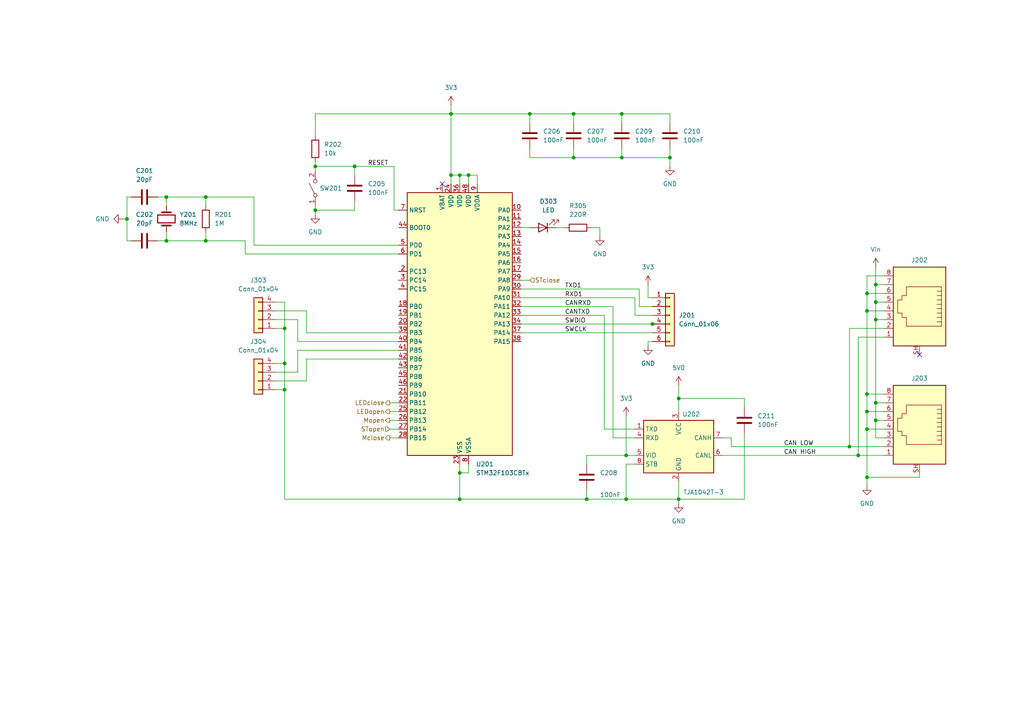
<source format=kicad_sch>
(kicad_sch (version 20250114) (generator "eeschema") (generator_version "9.0")
  (paper "A4")
  (lib_symbols
    (symbol "Connector:RJ45_Shielded" (pin_names (offset 1.016))
      (property "Reference" "J" (at -5.08 13.97 0))
      (property "Value" "RJ45_Shielded" (at 2.54 13.97 0))
      (symbol "RJ45_Shielded_0_1"
        (polyline (pts (xy -6.35 1.905) (xy -5.08 1.905) (xy -5.08 1.905)))
        (polyline (pts (xy -6.35 0.635) (xy -5.08 0.635) (xy -5.08 0.635)))
        (polyline (pts (xy -6.35 -0.635) (xy -5.08 -0.635) (xy -5.08 -0.635)))
        (polyline (pts (xy -6.35 -1.905) (xy -5.08 -1.905) (xy -5.08 -1.905)))
        (polyline (pts (xy -6.35 -3.175) (xy -5.08 -3.175) (xy -5.08 -3.175)))
        (polyline (pts (xy -6.35 -4.445) (xy -6.35 6.985) (xy 3.81 6.985) (xy 3.81 4.445) (xy 5.08 4.445) (xy 5.08 3.175) (xy 6.35 3.175) (xy 6.35 -0.635) (xy 5.08 -0.635) (xy 5.08 -1.905) (xy 3.81 -1.905) (xy 3.81 -4.445) (xy -6.35 -4.445) (xy -6.35 -4.445)))
        (polyline (pts (xy -5.08 5.715) (xy -6.35 5.715)))
        (polyline (pts (xy -5.08 4.445) (xy -6.35 4.445)))
        (polyline (pts (xy -5.08 3.175) (xy -6.35 3.175) (xy -6.35 3.175)))
        (rectangle (start 7.62 12.7) (end -7.62 -10.16) (stroke (width 0.254)) (fill (type background)))
      )
      (symbol "RJ45_Shielded_1_1"
        (pin passive line (at 0 -12.7 90) (length 2.54) (name "~") (number "SH"))
        (pin passive line (at 10.16 10.16 180) (length 2.54) (name "~") (number "8"))
        (pin passive line (at 10.16 7.62 180) (length 2.54) (name "~") (number "7"))
        (pin passive line (at 10.16 5.08 180) (length 2.54) (name "~") (number "6"))
        (pin passive line (at 10.16 2.54 180) (length 2.54) (name "~") (number "5"))
        (pin passive line (at 10.16 0 180) (length 2.54) (name "~") (number "4"))
        (pin passive line (at 10.16 -2.54 180) (length 2.54) (name "~") (number "3"))
        (pin passive line (at 10.16 -5.08 180) (length 2.54) (name "~") (number "2"))
        (pin passive line (at 10.16 -7.62 180) (length 2.54) (name "~") (number "1"))
      )
    )
    (symbol "Connector_Generic:Conn_01x04" (pin_names (offset 1.016) (hide yes))
      (property "Reference" "J" (at 0 5.08 0))
      (property "Value" "Conn_01x04" (at 0 -7.62 0))
      (symbol "Conn_01x04_1_1"
        (rectangle (start -1.27 3.81) (end 1.27 -6.35) (stroke (width 0.254)) (fill (type background)))
        (rectangle (start -1.27 2.667) (end 0 2.413) (stroke (width 0.1524)))
        (rectangle (start -1.27 0.127) (end 0 -0.127) (stroke (width 0.1524)))
        (rectangle (start -1.27 -2.413) (end 0 -2.667) (stroke (width 0.1524)))
        (rectangle (start -1.27 -4.953) (end 0 -5.207) (stroke (width 0.1524)))
        (pin passive line (at -5.08 2.54 0) (length 3.81) (name "Pin_1") (number "1"))
        (pin passive line (at -5.08 0 0) (length 3.81) (name "Pin_2") (number "2"))
        (pin passive line (at -5.08 -2.54 0) (length 3.81) (name "Pin_3") (number "3"))
        (pin passive line (at -5.08 -5.08 0) (length 3.81) (name "Pin_4") (number "4"))
      )
    )
    (symbol "Connector_Generic:Conn_01x06" (pin_names (offset 1.016) (hide yes))
      (property "Reference" "J" (at 0 7.62 0))
      (property "Value" "Conn_01x06" (at 0 -10.16 0))
      (symbol "Conn_01x06_1_1"
        (rectangle (start -1.27 6.35) (end 1.27 -8.89) (stroke (width 0.254)) (fill (type background)))
        (rectangle (start -1.27 5.207) (end 0 4.953) (stroke (width 0.1524)))
        (rectangle (start -1.27 2.667) (end 0 2.413) (stroke (width 0.1524)))
        (rectangle (start -1.27 0.127) (end 0 -0.127) (stroke (width 0.1524)))
        (rectangle (start -1.27 -2.413) (end 0 -2.667) (stroke (width 0.1524)))
        (rectangle (start -1.27 -4.953) (end 0 -5.207) (stroke (width 0.1524)))
        (rectangle (start -1.27 -7.493) (end 0 -7.747) (stroke (width 0.1524)))
        (pin passive line (at -5.08 5.08 0) (length 3.81) (name "Pin_1") (number "1"))
        (pin passive line (at -5.08 2.54 0) (length 3.81) (name "Pin_2") (number "2"))
        (pin passive line (at -5.08 0 0) (length 3.81) (name "Pin_3") (number "3"))
        (pin passive line (at -5.08 -2.54 0) (length 3.81) (name "Pin_4") (number "4"))
        (pin passive line (at -5.08 -5.08 0) (length 3.81) (name "Pin_5") (number "5"))
        (pin passive line (at -5.08 -7.62 0) (length 3.81) (name "Pin_6") (number "6"))
      )
    )
    (symbol "Device:C" (pin_numbers (hide yes)) (pin_names (offset 0.254))
      (property "Reference" "C" (at 0.635 2.54 0))
      (property "Value" "C" (at 0.635 -2.54 0))
      (symbol "C_0_1"
        (polyline (pts (xy -2.032 0.762) (xy 2.032 0.762)) (stroke (width 0.508)))
        (polyline (pts (xy -2.032 -0.762) (xy 2.032 -0.762)) (stroke (width 0.508)))
      )
      (symbol "C_1_1"
        (pin passive line (at 0 3.81 270) (length 2.794) (name "~") (number "1"))
        (pin passive line (at 0 -3.81 90) (length 2.794) (name "~") (number "2"))
      )
    )
    (symbol "Device:Crystal" (pin_numbers (hide yes)) (pin_names (offset 1.016) (hide yes))
      (property "Reference" "Y" (at 0 3.81 0))
      (property "Value" "Crystal" (at 0 -3.81 0))
      (symbol "Crystal_0_1"
        (polyline (pts (xy -2.54 0) (xy -1.905 0)))
        (polyline (pts (xy -1.905 -1.27) (xy -1.905 1.27)) (stroke (width 0.508)))
        (rectangle (start -1.143 2.54) (end 1.143 -2.54) (stroke (width 0.3048)))
        (polyline (pts (xy 1.905 -1.27) (xy 1.905 1.27)) (stroke (width 0.508)))
        (polyline (pts (xy 2.54 0) (xy 1.905 0)))
      )
      (symbol "Crystal_1_1"
        (pin passive line (at -3.81 0 0) (length 1.27) (name "1") (number "1"))
        (pin passive line (at 3.81 0 180) (length 1.27) (name "2") (number "2"))
      )
    )
    (symbol "Device:LED" (pin_numbers (hide yes)) (pin_names (offset 1.016) (hide yes))
      (property "Reference" "D" (at 0 2.54 0))
      (property "Value" "LED" (at 0 -2.54 0))
      (symbol "LED_0_1"
        (polyline (pts (xy -3.048 -0.762) (xy -4.572 -2.286) (xy -3.81 -2.286) (xy -4.572 -2.286) (xy -4.572 -1.524)))
        (polyline (pts (xy -1.778 -0.762) (xy -3.302 -2.286) (xy -2.54 -2.286) (xy -3.302 -2.286) (xy -3.302 -1.524)))
        (polyline (pts (xy -1.27 0) (xy 1.27 0)))
        (polyline (pts (xy -1.27 -1.27) (xy -1.27 1.27)) (stroke (width 0.254)))
        (polyline (pts (xy 1.27 -1.27) (xy 1.27 1.27) (xy -1.27 0) (xy 1.27 -1.27)) (stroke (width 0.254)))
      )
      (symbol "LED_1_1"
        (pin passive line (at -3.81 0 0) (length 2.54) (name "K") (number "1"))
        (pin passive line (at 3.81 0 180) (length 2.54) (name "A") (number "2"))
      )
    )
    (symbol "Device:R" (pin_numbers (hide yes)) (pin_names (offset 0))
      (property "Reference" "R" (at 2.032 0 90))
      (property "Value" "R" (at 0 0 90))
      (symbol "R_0_1"
        (rectangle (start -1.016 -2.54) (end 1.016 2.54) (stroke (width 0.254)))
      )
      (symbol "R_1_1"
        (pin passive line (at 0 3.81 270) (length 1.27) (name "~") (number "1"))
        (pin passive line (at 0 -3.81 90) (length 1.27) (name "~") (number "2"))
      )
    )
    (symbol "Interface_CAN_LIN:TJA1042T-3"
      (property "Reference" "U" (at -10.16 8.89 0))
      (property "Value" "TJA1042T-3" (at 1.27 8.89 0))
      (symbol "TJA1042T-3_0_1"
        (rectangle (start -10.16 7.62) (end 10.16 -7.62) (stroke (width 0.254)) (fill (type background)))
      )
      (symbol "TJA1042T-3_1_1"
        (pin input line (at -12.7 5.08 0) (length 2.54) (name "TXD") (number "1"))
        (pin output line (at -12.7 2.54 0) (length 2.54) (name "RXD") (number "4"))
        (pin power_in line (at -12.7 -2.54 0) (length 2.54) (name "VIO") (number "5"))
        (pin input line (at -12.7 -5.08 0) (length 2.54) (name "STB") (number "8"))
        (pin power_in line (at 0 10.16 270) (length 2.54) (name "VCC") (number "3"))
        (pin power_in line (at 0 -10.16 90) (length 2.54) (name "GND") (number "2"))
        (pin bidirectional line (at 12.7 2.54 180) (length 2.54) (name "CANH") (number "7"))
        (pin bidirectional line (at 12.7 -2.54 180) (length 2.54) (name "CANL") (number "6"))
      )
    )
    (symbol "MCU_ST_STM32F1:STM32F103CBTx"
      (property "Reference" "U" (at -15.24 39.37 0))
      (property "Value" "STM32F103CBTx" (at 7.62 39.37 0))
      (symbol "STM32F103CBTx_0_1"
        (rectangle (start -15.24 -38.1) (end 15.24 38.1) (stroke (width 0.254)) (fill (type background)))
      )
      (symbol "STM32F103CBTx_1_1"
        (pin input line (at -17.78 33.02 0) (length 2.54) (name "NRST") (number "7"))
        (pin input line (at -17.78 27.94 0) (length 2.54) (name "BOOT0") (number "44"))
        (pin bidirectional line (at -17.78 22.86 0) (length 2.54) (name "PD0") (number "5"))
        (pin bidirectional line (at -17.78 20.32 0) (length 2.54) (name "PD1") (number "6"))
        (pin bidirectional line (at -17.78 15.24 0) (length 2.54) (name "PC13") (number "2"))
        (pin bidirectional line (at -17.78 12.7 0) (length 2.54) (name "PC14") (number "3"))
        (pin bidirectional line (at -17.78 10.16 0) (length 2.54) (name "PC15") (number "4"))
        (pin bidirectional line (at -17.78 5.08 0) (length 2.54) (name "PB0") (number "18"))
        (pin bidirectional line (at -17.78 2.54 0) (length 2.54) (name "PB1") (number "19"))
        (pin bidirectional line (at -17.78 0 0) (length 2.54) (name "PB2") (number "20"))
        (pin bidirectional line (at -17.78 -2.54 0) (length 2.54) (name "PB3") (number "39"))
        (pin bidirectional line (at -17.78 -5.08 0) (length 2.54) (name "PB4") (number "40"))
        (pin bidirectional line (at -17.78 -7.62 0) (length 2.54) (name "PB5") (number "41"))
        (pin bidirectional line (at -17.78 -10.16 0) (length 2.54) (name "PB6") (number "42"))
        (pin bidirectional line (at -17.78 -12.7 0) (length 2.54) (name "PB7") (number "43"))
        (pin bidirectional line (at -17.78 -15.24 0) (length 2.54) (name "PB8") (number "45"))
        (pin bidirectional line (at -17.78 -17.78 0) (length 2.54) (name "PB9") (number "46"))
        (pin bidirectional line (at -17.78 -20.32 0) (length 2.54) (name "PB10") (number "21"))
        (pin bidirectional line (at -17.78 -22.86 0) (length 2.54) (name "PB11") (number "22"))
        (pin bidirectional line (at -17.78 -25.4 0) (length 2.54) (name "PB12") (number "25"))
        (pin bidirectional line (at -17.78 -27.94 0) (length 2.54) (name "PB13") (number "26"))
        (pin bidirectional line (at -17.78 -30.48 0) (length 2.54) (name "PB14") (number "27"))
        (pin bidirectional line (at -17.78 -33.02 0) (length 2.54) (name "PB15") (number "28"))
        (pin power_in line (at -5.08 40.64 270) (length 2.54) (name "VBAT") (number "1"))
        (pin power_in line (at -2.54 40.64 270) (length 2.54) (name "VDD") (number "24"))
        (pin power_in line (at 0 40.64 270) (length 2.54) (name "VDD") (number "36"))
        (pin power_in line (at 0 -40.64 90) (length 2.54) (name "VSS") (number "23"))
        (pin passive line (at 0 -40.64 90) (length 2.54) (hide yes) (name "VSS") (number "35"))
        (pin passive line (at 0 -40.64 90) (length 2.54) (hide yes) (name "VSS") (number "47"))
        (pin power_in line (at 2.54 40.64 270) (length 2.54) (name "VDD") (number "48"))
        (pin power_in line (at 2.54 -40.64 90) (length 2.54) (name "VSSA") (number "8"))
        (pin power_in line (at 5.08 40.64 270) (length 2.54) (name "VDDA") (number "9"))
        (pin bidirectional line (at 17.78 33.02 180) (length 2.54) (name "PA0") (number "10"))
        (pin bidirectional line (at 17.78 30.48 180) (length 2.54) (name "PA1") (number "11"))
        (pin bidirectional line (at 17.78 27.94 180) (length 2.54) (name "PA2") (number "12"))
        (pin bidirectional line (at 17.78 25.4 180) (length 2.54) (name "PA3") (number "13"))
        (pin bidirectional line (at 17.78 22.86 180) (length 2.54) (name "PA4") (number "14"))
        (pin bidirectional line (at 17.78 20.32 180) (length 2.54) (name "PA5") (number "15"))
        (pin bidirectional line (at 17.78 17.78 180) (length 2.54) (name "PA6") (number "16"))
        (pin bidirectional line (at 17.78 15.24 180) (length 2.54) (name "PA7") (number "17"))
        (pin bidirectional line (at 17.78 12.7 180) (length 2.54) (name "PA8") (number "29"))
        (pin bidirectional line (at 17.78 10.16 180) (length 2.54) (name "PA9") (number "30"))
        (pin bidirectional line (at 17.78 7.62 180) (length 2.54) (name "PA10") (number "31"))
        (pin bidirectional line (at 17.78 5.08 180) (length 2.54) (name "PA11") (number "32"))
        (pin bidirectional line (at 17.78 2.54 180) (length 2.54) (name "PA12") (number "33"))
        (pin bidirectional line (at 17.78 0 180) (length 2.54) (name "PA13") (number "34"))
        (pin bidirectional line (at 17.78 -2.54 180) (length 2.54) (name "PA14") (number "37"))
        (pin bidirectional line (at 17.78 -5.08 180) (length 2.54) (name "PA15") (number "38"))
      )
    )
    (symbol "Switch:SW_SPST" (pin_names (offset 0) (hide yes))
      (property "Reference" "SW" (at 0 3.175 0))
      (property "Value" "SW_SPST" (at 0 -2.54 0))
      (symbol "SW_SPST_0_0"
        (circle (center -2.032 0) (radius 0.508))
        (polyline (pts (xy -1.524 0.254) (xy 1.524 1.778)))
        (circle (center 2.032 0) (radius 0.508))
      )
      (symbol "SW_SPST_1_1"
        (pin passive line (at -5.08 0 0) (length 2.54) (name "A") (number "1"))
        (pin passive line (at 5.08 0 180) (length 2.54) (name "B") (number "2"))
      )
    )
    (symbol "power:+5C" (power) (pin_numbers (hide yes)) (pin_names (offset 0) (hide yes))
      (property "Value" "+5C" (at 0 3.556 0))
      (symbol "+5C_0_1"
        (polyline (pts (xy -0.762 1.27) (xy 0 2.54)))
        (polyline (pts (xy 0 2.54) (xy 0.762 1.27)))
        (polyline (pts (xy 0 0) (xy 0 2.54)))
      )
      (symbol "+5C_1_1"
        (pin power_in line (at 0 0 90) (length 0) (name "~") (number "1"))
      )
    )
    (symbol "power:GND" (power) (pin_numbers (hide yes)) (pin_names (offset 0) (hide yes))
      (property "Value" "GND" (at 0 -3.81 0))
      (symbol "GND_0_1"
        (polyline (pts (xy 0 0) (xy 0 -1.27) (xy 1.27 -1.27) (xy 0 -2.54) (xy -1.27 -1.27) (xy 0 -1.27)))
      )
      (symbol "GND_1_1"
        (pin power_in line (at 0 0 270) (length 0) (name "~") (number "1"))
      )
    )
    (symbol "power:VDD" (power) (pin_numbers (hide yes)) (pin_names (offset 0) (hide yes))
      (property "Value" "VDD" (at 0 3.556 0))
      (symbol "VDD_0_1"
        (polyline (pts (xy -0.762 1.27) (xy 0 2.54)))
        (polyline (pts (xy 0 2.54) (xy 0.762 1.27)))
        (polyline (pts (xy 0 0) (xy 0 2.54)))
      )
      (symbol "VDD_1_1"
        (pin power_in line (at 0 0 90) (length 0) (name "~") (number "1"))
      )
    )
  )
  (junction (at 254 82.55))
  (junction (at 180.34 45.72))
  (junction (at 189.23 93.98))
  (junction (at 194.31 45.72))
  (junction (at 133.35 137.16))
  (junction (at 180.34 33.02))
  (junction (at 254 87.63))
  (junction (at 59.69 69.85))
  (junction (at 91.44 48.26))
  (junction (at 251.46 114.3))
  (junction (at 82.55 113.03))
  (junction (at 36.83 63.5))
  (junction (at 153.67 33.02))
  (junction (at 251.46 119.38))
  (junction (at 102.87 48.26))
  (junction (at 133.35 50.8))
  (junction (at 59.69 57.15))
  (junction (at 254 92.71))
  (junction (at 135.89 50.8))
  (junction (at 48.26 57.15))
  (junction (at 166.37 33.02))
  (junction (at 166.37 45.72))
  (junction (at 254 121.92))
  (junction (at 248.92 132.08))
  (junction (at 48.26 69.85))
  (junction (at 254 116.84))
  (junction (at 251.46 90.17))
  (junction (at 251.46 138.43))
  (junction (at 130.81 50.8))
  (junction (at 130.81 33.02))
  (junction (at 181.61 144.78))
  (junction (at 181.61 132.08))
  (junction (at 251.46 124.46))
  (junction (at 251.46 85.09))
  (junction (at 91.44 60.96))
  (junction (at 170.18 144.78))
  (junction (at 82.55 105.41))
  (junction (at 196.85 115.57))
  (junction (at 196.85 144.78))
  (junction (at 246.38 129.54))
  (junction (at 133.35 144.78))
  (junction (at 82.55 95.25))
  (no_connect (at 128.27 53.34))
  (no_connect (at 266.7 102.87))
  (wire (pts (xy 86.36 92.71) (xy 80.01 92.71)))
  (wire (pts (xy 82.55 144.78) (xy 133.35 144.78)))
  (wire (pts (xy 73.66 71.12) (xy 73.66 57.15)))
  (wire (pts (xy 187.96 99.06) (xy 189.23 99.06)))
  (wire (pts (xy 248.92 132.08) (xy 248.92 97.79)))
  (wire (pts (xy 171.45 66.04) (xy 173.99 66.04)))
  (wire (pts (xy 151.13 91.44) (xy 175.26 91.44)))
  (wire (pts (xy 88.9 104.14) (xy 88.9 110.49)))
  (wire (pts (xy 180.34 45.72) (xy 194.31 45.72)))
  (wire (pts (xy 88.9 96.52) (xy 88.9 90.17)))
  (wire (pts (xy 173.99 66.04) (xy 173.99 68.58)))
  (wire (pts (xy 113.03 127) (xy 115.57 127)))
  (wire (pts (xy 133.35 134.62) (xy 133.35 137.16)))
  (wire (pts (xy 170.18 134.62) (xy 170.18 132.08)))
  (wire (pts (xy 138.43 50.8) (xy 135.89 50.8)))
  (wire (pts (xy 256.54 116.84) (xy 254 116.84)))
  (wire (pts (xy 153.67 33.02) (xy 153.67 35.56)))
  (wire (pts (xy 135.89 134.62) (xy 135.89 137.16)))
  (wire (pts (xy 35.56 63.5) (xy 36.83 63.5)))
  (wire (pts (xy 256.54 124.46) (xy 251.46 124.46)))
  (wire (pts (xy 73.66 57.15) (xy 59.69 57.15)))
  (wire (pts (xy 82.55 95.25) (xy 82.55 105.41)))
  (wire (pts (xy 36.83 57.15) (xy 38.1 57.15)))
  (wire (pts (xy 91.44 49.53) (xy 91.44 48.26)))
  (wire (pts (xy 190.5 93.98) (xy 189.23 93.98)))
  (wire (pts (xy 130.81 33.02) (xy 153.67 33.02)))
  (wire (pts (xy 151.13 96.52) (xy 189.23 96.52)))
  (wire (pts (xy 170.18 142.24) (xy 170.18 144.78)))
  (wire (pts (xy 115.57 71.12) (xy 73.66 71.12)))
  (wire (pts (xy 151.13 81.28) (xy 153.67 81.28)))
  (wire (pts (xy 215.9 125.73) (xy 215.9 144.78)))
  (wire (pts (xy 115.57 73.66) (xy 71.12 73.66)))
  (wire (pts (xy 86.36 107.95) (xy 80.01 107.95)))
  (wire (pts (xy 130.81 30.48) (xy 130.81 33.02)))
  (wire (pts (xy 130.81 50.8) (xy 130.81 33.02)))
  (wire (pts (xy 180.34 43.18) (xy 180.34 45.72)))
  (wire (pts (xy 196.85 139.7) (xy 196.85 144.78)))
  (wire (pts (xy 59.69 57.15) (xy 48.26 57.15)))
  (wire (pts (xy 102.87 58.42) (xy 102.87 60.96)))
  (wire (pts (xy 45.72 57.15) (xy 48.26 57.15)))
  (wire (pts (xy 135.89 53.34) (xy 135.89 50.8)))
  (wire (pts (xy 254 127) (xy 254 121.92)))
  (wire (pts (xy 248.92 132.08) (xy 256.54 132.08)))
  (wire (pts (xy 133.35 137.16) (xy 133.35 144.78)))
  (wire (pts (xy 115.57 104.14) (xy 88.9 104.14)))
  (wire (pts (xy 153.67 33.02) (xy 166.37 33.02)))
  (wire (pts (xy 71.12 69.85) (xy 59.69 69.85)))
  (wire (pts (xy 180.34 33.02) (xy 166.37 33.02)))
  (wire (pts (xy 246.38 129.54) (xy 256.54 129.54)))
  (wire (pts (xy 254 82.55) (xy 256.54 82.55)))
  (wire (pts (xy 86.36 99.06) (xy 86.36 92.71)))
  (wire (pts (xy 254 116.84) (xy 254 92.71)))
  (wire (pts (xy 153.67 45.72) (xy 166.37 45.72)))
  (wire (pts (xy 88.9 90.17) (xy 80.01 90.17)))
  (wire (pts (xy 115.57 96.52) (xy 88.9 96.52)))
  (wire (pts (xy 161.29 66.04) (xy 163.83 66.04)))
  (wire (pts (xy 254 92.71) (xy 256.54 92.71)))
  (wire (pts (xy 212.09 129.54) (xy 246.38 129.54)))
  (wire (pts (xy 48.26 57.15) (xy 48.26 59.69)))
  (wire (pts (xy 246.38 95.25) (xy 256.54 95.25)))
  (wire (pts (xy 184.15 91.44) (xy 189.23 91.44)))
  (wire (pts (xy 196.85 111.76) (xy 196.85 115.57)))
  (wire (pts (xy 113.03 116.84) (xy 115.57 116.84)))
  (wire (pts (xy 254 92.71) (xy 254 87.63)))
  (wire (pts (xy 36.83 63.5) (xy 36.83 57.15)))
  (wire (pts (xy 266.7 138.43) (xy 266.7 137.16)))
  (wire (pts (xy 184.15 86.36) (xy 184.15 91.44)))
  (wire (pts (xy 175.26 91.44) (xy 175.26 124.46)))
  (wire (pts (xy 215.9 144.78) (xy 196.85 144.78)))
  (wire (pts (xy 181.61 134.62) (xy 184.15 134.62)))
  (wire (pts (xy 115.57 60.96) (xy 114.3 60.96)))
  (wire (pts (xy 113.03 119.38) (xy 115.57 119.38)))
  (wire (pts (xy 36.83 69.85) (xy 36.83 63.5)))
  (wire (pts (xy 133.35 144.78) (xy 170.18 144.78)))
  (wire (pts (xy 251.46 124.46) (xy 251.46 119.38)))
  (wire (pts (xy 102.87 60.96) (xy 91.44 60.96)))
  (wire (pts (xy 59.69 57.15) (xy 59.69 59.69)))
  (wire (pts (xy 181.61 132.08) (xy 181.61 120.65)))
  (wire (pts (xy 254 87.63) (xy 254 82.55)))
  (wire (pts (xy 48.26 69.85) (xy 48.26 67.31)))
  (wire (pts (xy 82.55 105.41) (xy 82.55 113.03)))
  (wire (pts (xy 170.18 144.78) (xy 181.61 144.78)))
  (wire (pts (xy 196.85 144.78) (xy 196.85 146.05)))
  (wire (pts (xy 114.3 60.96) (xy 114.3 48.26)))
  (wire (pts (xy 251.46 80.01) (xy 251.46 85.09)))
  (wire (pts (xy 130.81 53.34) (xy 130.81 50.8)))
  (wire (pts (xy 177.8 88.9) (xy 177.8 127)))
  (wire (pts (xy 91.44 46.99) (xy 91.44 48.26)))
  (wire (pts (xy 91.44 48.26) (xy 102.87 48.26)))
  (wire (pts (xy 251.46 138.43) (xy 266.7 138.43)))
  (wire (pts (xy 151.13 93.98) (xy 189.23 93.98)))
  (wire (pts (xy 138.43 53.34) (xy 138.43 50.8)))
  (wire (pts (xy 254 121.92) (xy 256.54 121.92)))
  (wire (pts (xy 71.12 73.66) (xy 71.12 69.85)))
  (wire (pts (xy 91.44 33.02) (xy 130.81 33.02)))
  (wire (pts (xy 196.85 115.57) (xy 196.85 119.38)))
  (wire (pts (xy 254 87.63) (xy 256.54 87.63)))
  (wire (pts (xy 185.42 83.82) (xy 185.42 88.9)))
  (wire (pts (xy 251.46 124.46) (xy 251.46 138.43)))
  (wire (pts (xy 209.55 127) (xy 212.09 127)))
  (wire (pts (xy 209.55 132.08) (xy 248.92 132.08)))
  (wire (pts (xy 181.61 144.78) (xy 196.85 144.78)))
  (wire (pts (xy 256.54 119.38) (xy 251.46 119.38)))
  (wire (pts (xy 113.03 121.92) (xy 115.57 121.92)))
  (wire (pts (xy 88.9 110.49) (xy 80.01 110.49)))
  (wire (pts (xy 91.44 60.96) (xy 91.44 62.23)))
  (wire (pts (xy 38.1 69.85) (xy 36.83 69.85)))
  (wire (pts (xy 153.67 43.18) (xy 153.67 45.72)))
  (wire (pts (xy 166.37 43.18) (xy 166.37 45.72)))
  (wire (pts (xy 251.46 85.09) (xy 256.54 85.09)))
  (wire (pts (xy 175.26 124.46) (xy 184.15 124.46)))
  (wire (pts (xy 246.38 129.54) (xy 246.38 95.25)))
  (wire (pts (xy 254 116.84) (xy 254 121.92)))
  (wire (pts (xy 187.96 86.36) (xy 189.23 86.36)))
  (wire (pts (xy 251.46 114.3) (xy 251.46 90.17)))
  (wire (pts (xy 151.13 88.9) (xy 177.8 88.9)))
  (wire (pts (xy 254 77.47) (xy 254 82.55)))
  (wire (pts (xy 91.44 39.37) (xy 91.44 33.02)))
  (wire (pts (xy 82.55 87.63) (xy 82.55 95.25)))
  (wire (pts (xy 86.36 101.6) (xy 86.36 107.95)))
  (wire (pts (xy 187.96 99.06) (xy 187.96 100.33)))
  (wire (pts (xy 194.31 45.72) (xy 194.31 43.18)))
  (wire (pts (xy 133.35 50.8) (xy 130.81 50.8)))
  (wire (pts (xy 151.13 66.04) (xy 153.67 66.04)))
  (wire (pts (xy 251.46 90.17) (xy 251.46 85.09)))
  (wire (pts (xy 166.37 35.56) (xy 166.37 33.02)))
  (wire (pts (xy 133.35 53.34) (xy 133.35 50.8)))
  (wire (pts (xy 256.54 80.01) (xy 251.46 80.01)))
  (wire (pts (xy 151.13 83.82) (xy 185.42 83.82)))
  (wire (pts (xy 113.03 124.46) (xy 115.57 124.46)))
  (wire (pts (xy 251.46 138.43) (xy 251.46 140.97)))
  (wire (pts (xy 91.44 59.69) (xy 91.44 60.96)))
  (wire (pts (xy 215.9 118.11) (xy 215.9 115.57)))
  (wire (pts (xy 80.01 87.63) (xy 82.55 87.63)))
  (wire (pts (xy 82.55 113.03) (xy 82.55 144.78)))
  (wire (pts (xy 170.18 132.08) (xy 181.61 132.08)))
  (wire (pts (xy 59.69 69.85) (xy 48.26 69.85)))
  (wire (pts (xy 151.13 86.36) (xy 184.15 86.36)))
  (wire (pts (xy 215.9 115.57) (xy 196.85 115.57)))
  (wire (pts (xy 45.72 69.85) (xy 48.26 69.85)))
  (wire (pts (xy 184.15 132.08) (xy 181.61 132.08)))
  (wire (pts (xy 135.89 50.8) (xy 133.35 50.8)))
  (wire (pts (xy 185.42 88.9) (xy 189.23 88.9)))
  (wire (pts (xy 248.92 97.79) (xy 256.54 97.79)))
  (wire (pts (xy 177.8 127) (xy 184.15 127)))
  (wire (pts (xy 256.54 114.3) (xy 251.46 114.3)))
  (wire (pts (xy 256.54 127) (xy 254 127)))
  (wire (pts (xy 114.3 48.26) (xy 102.87 48.26)))
  (wire (pts (xy 194.31 45.72) (xy 194.31 48.26)))
  (wire (pts (xy 80.01 95.25) (xy 82.55 95.25)))
  (wire (pts (xy 212.09 127) (xy 212.09 129.54)))
  (wire (pts (xy 180.34 33.02) (xy 180.34 35.56)))
  (wire (pts (xy 59.69 67.31) (xy 59.69 69.85)))
  (wire (pts (xy 115.57 101.6) (xy 86.36 101.6)))
  (wire (pts (xy 166.37 45.72) (xy 180.34 45.72)))
  (wire (pts (xy 115.57 99.06) (xy 86.36 99.06)))
  (wire (pts (xy 181.61 134.62) (xy 181.61 144.78)))
  (wire (pts (xy 102.87 48.26) (xy 102.87 50.8)))
  (wire (pts (xy 194.31 35.56) (xy 194.31 33.02)))
  (wire (pts (xy 80.01 105.41) (xy 82.55 105.41)))
  (wire (pts (xy 251.46 119.38) (xy 251.46 114.3)))
  (wire (pts (xy 256.54 90.17) (xy 251.46 90.17)))
  (wire (pts (xy 135.89 137.16) (xy 133.35 137.16)))
  (wire (pts (xy 194.31 33.02) (xy 180.34 33.02)))
  (wire (pts (xy 80.01 113.03) (xy 82.55 113.03)))
  (wire (pts (xy 187.96 82.55) (xy 187.96 86.36)))
  (label "CAN LOW" (at 227.33 129.54 0))
  (label "SWCLK" (at 163.83 96.52 0))
  (label "RXD1" (at 163.83 86.36 0))
  (label "RESET" (at 106.68 48.26 0))
  (label "CANRXD" (at 163.83 88.9 0))
  (label "CAN HIGH" (at 227.33 132.08 0))
  (label "CANTXD" (at 163.83 91.44 0))
  (label "TXD1" (at 163.83 83.82 0))
  (label "SWDIO" (at 163.83 93.98 0))
  (hierarchical_label "LEDclose" (shape output) (at 113.03 116.84 180))
  (hierarchical_label "Mclose" (shape output) (at 113.03 127 180))
  (hierarchical_label "Mopen" (shape output) (at 113.03 121.92 180))
  (hierarchical_label "STclose" (shape input) (at 153.67 81.28 0))
  (hierarchical_label "STopen" (shape input) (at 113.03 124.46 180))
  (hierarchical_label "LEDopen" (shape output) (at 113.03 119.38 180))
  (symbol (lib_id "Switch:SW_SPST") (at 91.44 54.61 90) (unit 1)
    (property "Reference" "SW201" (at 92.71 54.6099 90) (effects (justify right)))
    (property "Value" "TS-1088" (effects (hide yes)))
    (property "Footprint" "Projekt:TS-1088" (effects (hide yes)))
    (property "Description" "Single Pole Single Throw (SPST) switch" (effects (hide yes)))
    (property "LCSC" "C720477" (effects (hide yes)))
  )
  (symbol (lib_id "power:GND") (at 251.46 140.97 0) (unit 1)
    (property "Reference" "#PWR0212" (effects (hide yes)))
    (property "Value" "GND" (at 251.46 146.05 0))
    (property "Description" "Power symbol creates a global label with name \"GND\" , ground" (effects (hide yes)))
  )
  (symbol (lib_id "Device:C") (at 41.91 57.15 90) (unit 1)
    (property "Reference" "C201" (at 41.91 49.53 90))
    (property "Value" "20pF" (at 41.91 52.07 90))
    (property "Footprint" "Capacitor_SMD:C_0402_1005Metric" (effects (hide yes)))
    (property "Description" "Unpolarized capacitor" (effects (hide yes)))
    (property "LCSC" "C1554" (effects (hide yes)))
  )
  (symbol (lib_id "power:VDD") (at 254 77.47 0) (unit 1)
    (property "Reference" "#PWR0211" (effects (hide yes)))
    (property "Value" "Vin" (at 254 72.39 0))
    (property "Description" "Power symbol creates a global label with name \"VDD\"" (effects (hide yes)))
  )
  (symbol (lib_id "Connector:RJ45_Shielded") (at 266.7 124.46 0) (mirror y) (unit 1)
    (property "Reference" "J203" (at 266.7 109.728 0))
    (property "Value" "RJ45_Shielded" (effects (hide yes)))
    (property "Footprint" "Projekt:RJ45_SH" (effects (hide yes)))
    (property "Description" "RJ connector, 8P8C (8 positions 8 connected), Shielded" (effects (hide yes)))
    (property "LCSC" "C386763" (effects (hide yes)))
  )
  (symbol (lib_id "Device:R") (at 91.44 43.18 0) (unit 1)
    (property "Reference" "R202" (at 93.98 41.9099 0) (effects (justify left)))
    (property "Value" "10k" (at 93.98 44.4499 0) (effects (justify left)))
    (property "Footprint" "Resistor_SMD:R_0402_1005Metric" (effects (hide yes)))
    (property "Description" "Resistor" (effects (hide yes)))
  )
  (symbol (lib_id "Connector:RJ45_Shielded") (at 266.7 90.17 0) (mirror y) (unit 1)
    (property "Reference" "J202" (at 266.7 75.438 0))
    (property "Value" "RJ45_Shielded" (effects (hide yes)))
    (property "Footprint" "Projekt:RJ45_SH" (effects (hide yes)))
    (property "Description" "RJ connector, 8P8C (8 positions 8 connected), Shielded" (effects (hide yes)))
    (property "LCSC" "C386763" (effects (hide yes)))
  )
  (symbol (lib_id "power:VDD") (at 181.61 120.65 0) (unit 1)
    (property "Reference" "#PWR0207" (effects (hide yes)))
    (property "Value" "3V3" (at 181.61 115.57 0))
    (property "Description" "Power symbol creates a global label with name \"VDD\"" (effects (hide yes)))
  )
  (symbol (lib_id "MCU_ST_STM32F1:STM32F103CBTx") (at 133.35 93.98 0) (unit 1)
    (property "Reference" "U201" (at 138.0333 134.62 0) (effects (justify left)))
    (property "Value" "STM32F103CBTx" (at 138.0333 137.16 0) (effects (justify left)))
    (property "Footprint" "Package_QFP:LQFP-48_7x7mm_P0.5mm" (effects (hide yes)))
    (property "Datasheet" "https://www.st.com/resource/en/datasheet/stm32f103cb.pdf" (effects (hide yes)))
    (property "Description" "STMicroelectronics Arm Cortex-M3 MCU, 128KB flash, 20KB RAM, 72 MHz, 2.0-3.6V, 37 GPIO, LQFP48" (effects (hide yes)))
  )
  (symbol (lib_id "Connector_Generic:Conn_01x06") (at 194.31 91.44 0) (unit 1)
    (property "Reference" "J201" (at 196.85 91.4399 0) (effects (justify left)))
    (property "Value" "Conn_01x06" (at 196.85 93.9799 0) (effects (justify left)))
    (property "Footprint" "Projekt:JTAG" (effects (hide yes)))
    (property "Description" "Generic connector, single row, 01x06, script generated (kicad-library-utils/schlib/autogen/connector/)" (effects (hide yes)))
  )
  (symbol (lib_id "power:GND") (at 91.44 62.23 0) (unit 1)
    (property "Reference" "#PWR0203" (effects (hide yes)))
    (property "Value" "GND" (at 91.44 67.31 0))
    (property "Description" "Power symbol creates a global label with name \"GND\" , ground" (effects (hide yes)))
  )
  (symbol (lib_id "Device:C") (at 166.37 39.37 0) (unit 1)
    (property "Reference" "C207" (at 170.18 38.0999 0) (effects (justify left)))
    (property "Value" "100nF" (at 170.18 40.6399 0) (effects (justify left)))
    (property "Footprint" "Capacitor_SMD:C_0402_1005Metric" (effects (hide yes)))
    (property "Description" "Unpolarized capacitor" (effects (hide yes)))
    (property "LCSC" "C1525" (effects (hide yes)))
  )
  (symbol (lib_id "power:GND") (at 196.85 146.05 0) (unit 1)
    (property "Reference" "#PWR0210" (effects (hide yes)))
    (property "Value" "GND" (at 196.85 151.13 0))
    (property "Description" "Power symbol creates a global label with name \"GND\" , ground" (effects (hide yes)))
  )
  (symbol (lib_id "Device:Crystal") (at 48.26 63.5 90) (unit 1)
    (property "Reference" "Y201" (at 52.07 62.2299 90) (effects (justify right)))
    (property "Value" "8MHz" (at 52.07 64.7699 90) (effects (justify right)))
    (property "Footprint" "Crystal:Crystal_SMD_5032-2Pin_5.0x3.2mm" (effects (hide yes)))
    (property "Description" "Two pin crystal" (effects (hide yes)))
    (property "LCSC" "C115962" (effects (hide yes)))
  )
  (symbol (lib_id "Device:LED") (at 157.48 66.04 180) (unit 1)
    (property "Reference" "D303" (at 159.0675 58.42 0))
    (property "Value" "LED" (at 159.0675 60.96 0))
    (property "Footprint" "LED_SMD:LED_0603_1608Metric" (effects (hide yes)))
    (property "Description" "Light emitting diode" (effects (hide yes)))
    (property "Sim.Pins" "1=K 2=A" (effects (hide yes)))
    (property "LCSC" "C2286" (effects (hide yes)))
  )
  (symbol (lib_id "power:VDD") (at 187.96 82.55 0) (unit 1)
    (property "Reference" "#PWR0205" (effects (hide yes)))
    (property "Value" "3V3" (at 187.96 77.47 0))
    (property "Description" "Power symbol creates a global label with name \"VDD\"" (effects (hide yes)))
  )
  (symbol (lib_id "power:+5C") (at 196.85 111.76 0) (unit 1)
    (property "Reference" "#PWR0209" (effects (hide yes)))
    (property "Value" "5V0" (at 196.85 106.68 0))
    (property "Description" "Power symbol creates a global label with name \"+5C\"" (effects (hide yes)))
  )
  (symbol (lib_id "power:GND") (at 187.96 100.33 0) (unit 1)
    (property "Reference" "#PWR0206" (effects (hide yes)))
    (property "Value" "GND" (at 187.96 105.41 0))
    (property "Description" "Power symbol creates a global label with name \"GND\" , ground" (effects (hide yes)))
  )
  (symbol (lib_id "Connector_Generic:Conn_01x04") (at 74.93 92.71 180) (unit 1)
    (property "Reference" "J303" (at 74.93 81.28 0))
    (property "Value" "Conn_01x04" (at 74.93 83.82 0))
    (property "Footprint" "Connector_JST:JST_PH_B4B-PH-K_1x04_P2.00mm_Vertical" (effects (hide yes)))
    (property "Description" "Generic connector, single row, 01x04, script generated (kicad-library-utils/schlib/autogen/connector/)" (effects (hide yes)))
  )
  (symbol (lib_id "Device:C") (at 215.9 121.92 0) (unit 1)
    (property "Reference" "C211" (at 219.71 120.6499 0) (effects (justify left)))
    (property "Value" "100nF" (at 219.71 123.1899 0) (effects (justify left)))
    (property "Footprint" "Capacitor_SMD:C_0402_1005Metric" (effects (hide yes)))
    (property "Description" "Unpolarized capacitor" (effects (hide yes)))
    (property "LCSC" "C1525" (effects (hide yes)))
  )
  (symbol (lib_id "Device:R") (at 167.64 66.04 270) (unit 1)
    (property "Reference" "R305" (at 167.64 59.69 90))
    (property "Value" "220R" (at 167.64 62.23 90))
    (property "Footprint" "Resistor_SMD:R_0402_1005Metric" (effects (hide yes)))
    (property "Description" "Resistor" (effects (hide yes)))
    (property "LCSC" "C25091" (effects (hide yes)))
  )
  (symbol (lib_id "Device:R") (at 59.69 63.5 0) (unit 1)
    (property "Reference" "R201" (at 62.23 62.2299 0) (effects (justify left)))
    (property "Value" "1M" (at 62.23 64.7699 0) (effects (justify left)))
    (property "Footprint" "Resistor_SMD:R_0402_1005Metric" (effects (hide yes)))
    (property "Description" "Resistor" (effects (hide yes)))
    (property "LCSC" "C26083" (effects (hide yes)))
  )
  (symbol (lib_id "Device:C") (at 170.18 138.43 0) (unit 1)
    (property "Reference" "C208" (at 173.99 137.1599 0) (effects (justify left)))
    (property "Value" "100nF" (at 173.99 143.5099 0) (effects (justify left)))
    (property "Footprint" "Capacitor_SMD:C_0402_1005Metric" (effects (hide yes)))
    (property "Description" "Unpolarized capacitor" (effects (hide yes)))
    (property "LCSC" "C1525" (effects (hide yes)))
  )
  (symbol (lib_id "power:GND") (at 194.31 48.26 0) (unit 1)
    (property "Reference" "#PWR0208" (effects (hide yes)))
    (property "Value" "GND" (at 194.31 53.34 0))
    (property "Description" "Power symbol creates a global label with name \"GND\" , ground" (effects (hide yes)))
  )
  (symbol (lib_id "power:VDD") (at 130.81 30.48 0) (unit 1)
    (property "Reference" "#PWR0204" (effects (hide yes)))
    (property "Value" "3V3" (at 130.81 25.4 0))
    (property "Description" "Power symbol creates a global label with name \"VDD\"" (effects (hide yes)))
  )
  (symbol (lib_id "Device:C") (at 180.34 39.37 0) (unit 1)
    (property "Reference" "C209" (at 184.15 38.0999 0) (effects (justify left)))
    (property "Value" "100nF" (at 184.15 40.6399 0) (effects (justify left)))
    (property "Footprint" "Capacitor_SMD:C_0402_1005Metric" (effects (hide yes)))
    (property "Description" "Unpolarized capacitor" (effects (hide yes)))
    (property "LCSC" "C1525" (effects (hide yes)))
  )
  (symbol (lib_id "Device:C") (at 102.87 54.61 0) (unit 1)
    (property "Reference" "C205" (at 106.68 53.3399 0) (effects (justify left)))
    (property "Value" "100nF" (at 106.68 55.8799 0) (effects (justify left)))
    (property "Footprint" "Capacitor_SMD:C_0402_1005Metric" (effects (hide yes)))
    (property "Description" "Unpolarized capacitor" (effects (hide yes)))
    (property "LCSC" "C1525" (effects (hide yes)))
  )
  (symbol (lib_id "Device:C") (at 41.91 69.85 90) (unit 1)
    (property "Reference" "C202" (at 41.91 62.23 90))
    (property "Value" "20pF" (at 41.91 64.77 90))
    (property "Footprint" "Capacitor_SMD:C_0402_1005Metric" (effects (hide yes)))
    (property "Description" "Unpolarized capacitor" (effects (hide yes)))
    (property "LCSC" "C1554" (effects (hide yes)))
  )
  (symbol (lib_id "Device:C") (at 153.67 39.37 0) (unit 1)
    (property "Reference" "C206" (at 157.48 38.0999 0) (effects (justify left)))
    (property "Value" "100nF" (at 157.48 40.6399 0) (effects (justify left)))
    (property "Footprint" "Capacitor_SMD:C_0402_1005Metric" (effects (hide yes)))
    (property "Description" "Unpolarized capacitor" (effects (hide yes)))
    (property "LCSC" "C1525" (effects (hide yes)))
  )
  (symbol (lib_id "power:GND") (at 35.56 63.5 270) (unit 1)
    (property "Reference" "#PWR0201" (effects (hide yes)))
    (property "Value" "GND" (at 31.75 63.4999 90) (effects (justify right)))
    (property "Description" "Power symbol creates a global label with name \"GND\" , ground" (effects (hide yes)))
  )
  (symbol (lib_id "power:GND") (at 173.99 68.58 0) (unit 1)
    (property "Reference" "#PWR0213" (effects (hide yes)))
    (property "Value" "GND" (at 173.99 73.66 0))
    (property "Description" "Power symbol creates a global label with name \"GND\" , ground" (effects (hide yes)))
  )
  (symbol (lib_id "Connector_Generic:Conn_01x04") (at 74.93 110.49 180) (unit 1)
    (property "Reference" "J304" (at 74.93 99.06 0))
    (property "Value" "Conn_01x04" (at 74.93 101.6 0))
    (property "Footprint" "Connector_JST:JST_PH_B4B-PH-K_1x04_P2.00mm_Vertical" (effects (hide yes)))
    (property "Description" "Generic connector, single row, 01x04, script generated (kicad-library-utils/schlib/autogen/connector/)" (effects (hide yes)))
  )
  (symbol (lib_id "Interface_CAN_LIN:TJA1042T-3") (at 196.85 129.54 0) (unit 1)
    (property "Reference" "U202" (at 197.866 120.142 0) (effects (justify left)))
    (property "Value" "TJA1042T-3" (at 198.12 142.748 0) (effects (justify left)))
    (property "Footprint" "Package_SO:SOIC-8_3.9x4.9mm_P1.27mm" (effects (hide yes)))
    (property "Datasheet" "http://www.nxp.com/docs/en/data-sheet/TJA1042.pdf" (effects (hide yes)))
    (property "Description" "High-Speed CAN Transceiver, separate VIO, standby mode, SOIC-8" (effects (hide yes)))
    (property "LCSC" "C132227" (effects (hide yes)))
  )
  (symbol (lib_id "Device:C") (at 194.31 39.37 0) (unit 1)
    (property "Reference" "C210" (at 198.12 38.0999 0) (effects (justify left)))
    (property "Value" "100nF" (at 198.12 40.6399 0) (effects (justify left)))
    (property "Footprint" "Capacitor_SMD:C_0402_1005Metric" (effects (hide yes)))
    (property "Description" "Unpolarized capacitor" (effects (hide yes)))
    (property "LCSC" "C1525" (effects (hide yes)))
  )
)
</source>
